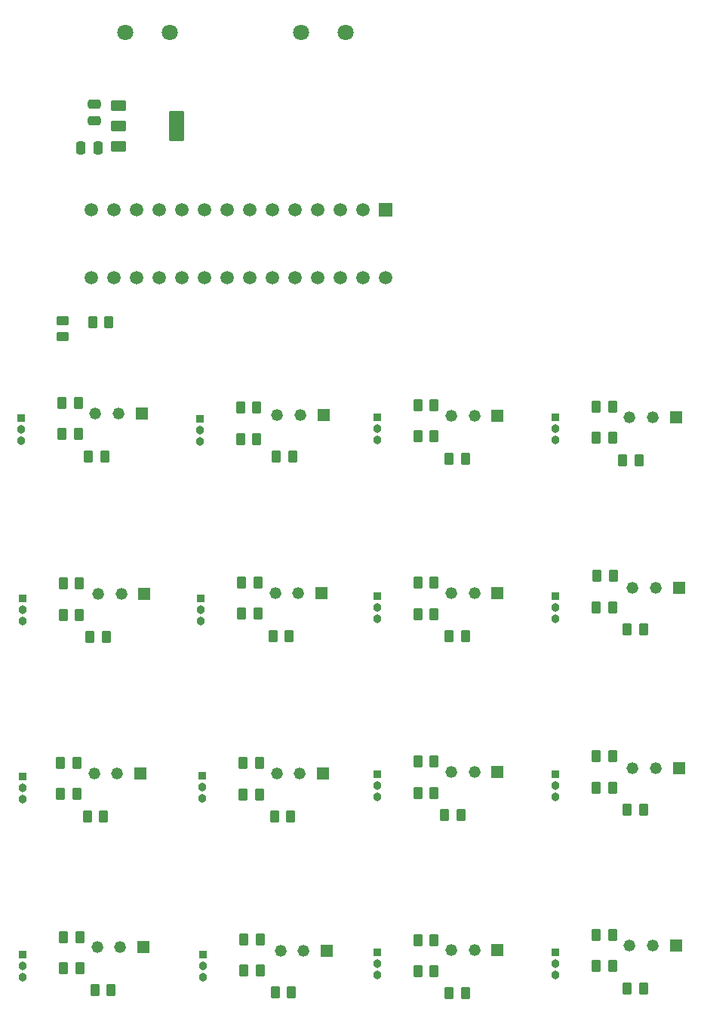
<source format=gts>
G04 #@! TF.GenerationSoftware,KiCad,Pcbnew,8.0.0*
G04 #@! TF.CreationDate,2024-03-05T22:41:52-05:00*
G04 #@! TF.ProjectId,CANLight,43414e4c-6967-4687-942e-6b696361645f,rev?*
G04 #@! TF.SameCoordinates,Original*
G04 #@! TF.FileFunction,Soldermask,Top*
G04 #@! TF.FilePolarity,Negative*
%FSLAX46Y46*%
G04 Gerber Fmt 4.6, Leading zero omitted, Abs format (unit mm)*
G04 Created by KiCad (PCBNEW 8.0.0) date 2024-03-05 22:41:52*
%MOMM*%
%LPD*%
G01*
G04 APERTURE LIST*
G04 Aperture macros list*
%AMRoundRect*
0 Rectangle with rounded corners*
0 $1 Rounding radius*
0 $2 $3 $4 $5 $6 $7 $8 $9 X,Y pos of 4 corners*
0 Add a 4 corners polygon primitive as box body*
4,1,4,$2,$3,$4,$5,$6,$7,$8,$9,$2,$3,0*
0 Add four circle primitives for the rounded corners*
1,1,$1+$1,$2,$3*
1,1,$1+$1,$4,$5*
1,1,$1+$1,$6,$7*
1,1,$1+$1,$8,$9*
0 Add four rect primitives between the rounded corners*
20,1,$1+$1,$2,$3,$4,$5,0*
20,1,$1+$1,$4,$5,$6,$7,0*
20,1,$1+$1,$6,$7,$8,$9,0*
20,1,$1+$1,$8,$9,$2,$3,0*%
G04 Aperture macros list end*
%ADD10RoundRect,0.250000X0.262500X0.450000X-0.262500X0.450000X-0.262500X-0.450000X0.262500X-0.450000X0*%
%ADD11C,1.320800*%
%ADD12R,1.320800X1.320800*%
%ADD13R,0.965200X0.965200*%
%ADD14C,0.965200*%
%ADD15RoundRect,0.250000X0.250000X0.475000X-0.250000X0.475000X-0.250000X-0.475000X0.250000X-0.475000X0*%
%ADD16RoundRect,0.102000X-0.750000X-0.450000X0.750000X-0.450000X0.750000X0.450000X-0.750000X0.450000X0*%
%ADD17RoundRect,0.102000X-0.750000X-1.600000X0.750000X-1.600000X0.750000X1.600000X-0.750000X1.600000X0*%
%ADD18R,1.498600X1.498600*%
%ADD19C,1.498600*%
%ADD20RoundRect,0.250000X-0.450000X0.262500X-0.450000X-0.262500X0.450000X-0.262500X0.450000X0.262500X0*%
%ADD21RoundRect,0.250000X-0.475000X0.250000X-0.475000X-0.250000X0.475000X-0.250000X0.475000X0.250000X0*%
%ADD22C,1.803400*%
G04 APERTURE END LIST*
D10*
X84642500Y-118000000D03*
X82817500Y-118000000D03*
D11*
X66716750Y-115770000D03*
X69316750Y-115770000D03*
D12*
X71916750Y-115770000D03*
D10*
X64662500Y-157750000D03*
X62837500Y-157750000D03*
X127912500Y-139980000D03*
X126087500Y-139980000D03*
X127912500Y-160020000D03*
X126087500Y-160020000D03*
D13*
X118000000Y-155980000D03*
D14*
X118000000Y-157250000D03*
X118000000Y-158520000D03*
D13*
X78396750Y-136146750D03*
D14*
X78396750Y-137416750D03*
X78396750Y-138686750D03*
D15*
X66700000Y-65750000D03*
X64800000Y-65750000D03*
D10*
X62504250Y-134730000D03*
X64329250Y-134730000D03*
X104412500Y-158083250D03*
X102587500Y-158083250D03*
X124412500Y-137480000D03*
X122587500Y-137480000D03*
X84642500Y-114500000D03*
X82817500Y-114500000D03*
D13*
X58250000Y-116230000D03*
D14*
X58250000Y-117500000D03*
X58250000Y-118770000D03*
D16*
X69000000Y-60950000D03*
X69000000Y-63250000D03*
X69000000Y-65550000D03*
D17*
X75500000Y-63250000D03*
D10*
X124500000Y-113750000D03*
X122675000Y-113750000D03*
X88142500Y-120500000D03*
X86317500Y-120500000D03*
D11*
X86793900Y-95712100D03*
X89393900Y-95712100D03*
D12*
X91993900Y-95712100D03*
D10*
X88309250Y-140750000D03*
X86484250Y-140750000D03*
D12*
X71456200Y-135893550D03*
D11*
X68856200Y-135893550D03*
X66256200Y-135893550D03*
D10*
X84912500Y-154500000D03*
X83087500Y-154500000D03*
D11*
X66400000Y-95500000D03*
X69000000Y-95500000D03*
D12*
X71600000Y-95500000D03*
D18*
X99010000Y-72690000D03*
D19*
X96470000Y-72690000D03*
X93930000Y-72690000D03*
X91390000Y-72690000D03*
X88850000Y-72690000D03*
X86310000Y-72690000D03*
X83770000Y-72690000D03*
X81230000Y-72690000D03*
X78690000Y-72690000D03*
X76150000Y-72690000D03*
X73610000Y-72690000D03*
X71070000Y-72690000D03*
X68530000Y-72690000D03*
X65990000Y-72690000D03*
X65990000Y-80310000D03*
X68530000Y-80310000D03*
X71070000Y-80310000D03*
X73610000Y-80310000D03*
X76150000Y-80310000D03*
X78690000Y-80310000D03*
X81230000Y-80310000D03*
X83770000Y-80310000D03*
X86310000Y-80310000D03*
X88850000Y-80310000D03*
X91390000Y-80310000D03*
X93930000Y-80310000D03*
X96470000Y-80310000D03*
X99010000Y-80310000D03*
D13*
X78115000Y-96115000D03*
D14*
X78115000Y-97385000D03*
X78115000Y-98655000D03*
D13*
X98000000Y-155980000D03*
D14*
X98000000Y-157250000D03*
X98000000Y-158520000D03*
D10*
X84809250Y-134750000D03*
X82984250Y-134750000D03*
D13*
X118000000Y-115980000D03*
D14*
X118000000Y-117250000D03*
X118000000Y-118520000D03*
D11*
X106339450Y-95746800D03*
X108939450Y-95746800D03*
D12*
X111539450Y-95746800D03*
D13*
X78230000Y-116230000D03*
D14*
X78230000Y-117500000D03*
X78230000Y-118770000D03*
D13*
X78500000Y-156230000D03*
D14*
X78500000Y-157500000D03*
X78500000Y-158770000D03*
D10*
X124412500Y-133980000D03*
X122587500Y-133980000D03*
D13*
X98000000Y-135980000D03*
D14*
X98000000Y-137250000D03*
X98000000Y-138520000D03*
D11*
X66589450Y-155413550D03*
X69189450Y-155413550D03*
D12*
X71789450Y-155413550D03*
D11*
X86569450Y-115663550D03*
X89169450Y-115663550D03*
D12*
X91769450Y-115663550D03*
D10*
X64662500Y-154250000D03*
X62837500Y-154250000D03*
X84912500Y-158000000D03*
X83087500Y-158000000D03*
D13*
X118000000Y-95980000D03*
D14*
X118000000Y-97250000D03*
X118000000Y-98520000D03*
D10*
X127412500Y-100750000D03*
X125587500Y-100750000D03*
D11*
X126678900Y-135307100D03*
X129278900Y-135307100D03*
D12*
X131878900Y-135307100D03*
D10*
X124412500Y-157520000D03*
X122587500Y-157520000D03*
D13*
X118000000Y-135980000D03*
D14*
X118000000Y-137250000D03*
X118000000Y-138520000D03*
D10*
X67473050Y-100336450D03*
X65648050Y-100336450D03*
D20*
X62750000Y-85087500D03*
X62750000Y-86912500D03*
D10*
X104412500Y-98083250D03*
X102587500Y-98083250D03*
X67629250Y-120606450D03*
X65804250Y-120606450D03*
X67912500Y-85250000D03*
X66087500Y-85250000D03*
X64473050Y-97836450D03*
X62648050Y-97836450D03*
X124412500Y-117250000D03*
X122587500Y-117250000D03*
X102587500Y-114520000D03*
X104412500Y-114520000D03*
X124412500Y-98250000D03*
X122587500Y-98250000D03*
X124412500Y-94750000D03*
X122587500Y-94750000D03*
X104412500Y-94583250D03*
X102587500Y-94583250D03*
D14*
X98000000Y-118520000D03*
X98000000Y-117250000D03*
D13*
X98000000Y-115980000D03*
D10*
X84527500Y-94885000D03*
X82702500Y-94885000D03*
X65504250Y-140730000D03*
X67329250Y-140730000D03*
X107912500Y-100583250D03*
X106087500Y-100583250D03*
D13*
X58250000Y-156250000D03*
D14*
X58250000Y-157520000D03*
X58250000Y-158790000D03*
D10*
X64629250Y-114606450D03*
X62804250Y-114606450D03*
X104412500Y-138083250D03*
X102587500Y-138083250D03*
X84527500Y-98385000D03*
X82702500Y-98385000D03*
D11*
X106339450Y-155746800D03*
X108939450Y-155746800D03*
D12*
X111539450Y-155746800D03*
D11*
X106339450Y-135746800D03*
X108939450Y-135746800D03*
D12*
X111539450Y-135746800D03*
D10*
X62504250Y-138230000D03*
X64329250Y-138230000D03*
X88412500Y-160500000D03*
X86587500Y-160500000D03*
D21*
X66250000Y-60800000D03*
X66250000Y-62700000D03*
D11*
X126678900Y-115077100D03*
X129278900Y-115077100D03*
D12*
X131878900Y-115077100D03*
D10*
X68162500Y-160250000D03*
X66337500Y-160250000D03*
D14*
X58250000Y-138770000D03*
X58250000Y-137500000D03*
D13*
X58250000Y-136230000D03*
D10*
X106087500Y-120520000D03*
X107912500Y-120520000D03*
X64473050Y-94336450D03*
X62648050Y-94336450D03*
X107912500Y-160583250D03*
X106087500Y-160583250D03*
X127912500Y-119750000D03*
X126087500Y-119750000D03*
D13*
X58060550Y-96066450D03*
D14*
X58060550Y-97336450D03*
X58060550Y-98606450D03*
D10*
X64629250Y-118106450D03*
X62804250Y-118106450D03*
X104412500Y-134583250D03*
X102587500Y-134583250D03*
D11*
X126339450Y-95913550D03*
X128939450Y-95913550D03*
D12*
X131539450Y-95913550D03*
D11*
X86736200Y-135913550D03*
X89336200Y-135913550D03*
D12*
X91936200Y-135913550D03*
D10*
X104412500Y-154583250D03*
X102587500Y-154583250D03*
X84809250Y-138250000D03*
X82984250Y-138250000D03*
X88527500Y-100385000D03*
X86702500Y-100385000D03*
X124412500Y-154020000D03*
X122587500Y-154020000D03*
D13*
X98000000Y-95980000D03*
D14*
X98000000Y-97250000D03*
X98000000Y-98520000D03*
D10*
X107412500Y-140583250D03*
X105587500Y-140583250D03*
D11*
X87178900Y-155827100D03*
X89778900Y-155827100D03*
D12*
X92378900Y-155827100D03*
X111539450Y-115683550D03*
D11*
X108939450Y-115683550D03*
X106339450Y-115683550D03*
X126339450Y-155183550D03*
X128939450Y-155183550D03*
D12*
X131539450Y-155183550D03*
D22*
X89500000Y-52750000D03*
X94500000Y-52750000D03*
X69750000Y-52750000D03*
X74750000Y-52750000D03*
D10*
X102587500Y-118020000D03*
X104412500Y-118020000D03*
M02*

</source>
